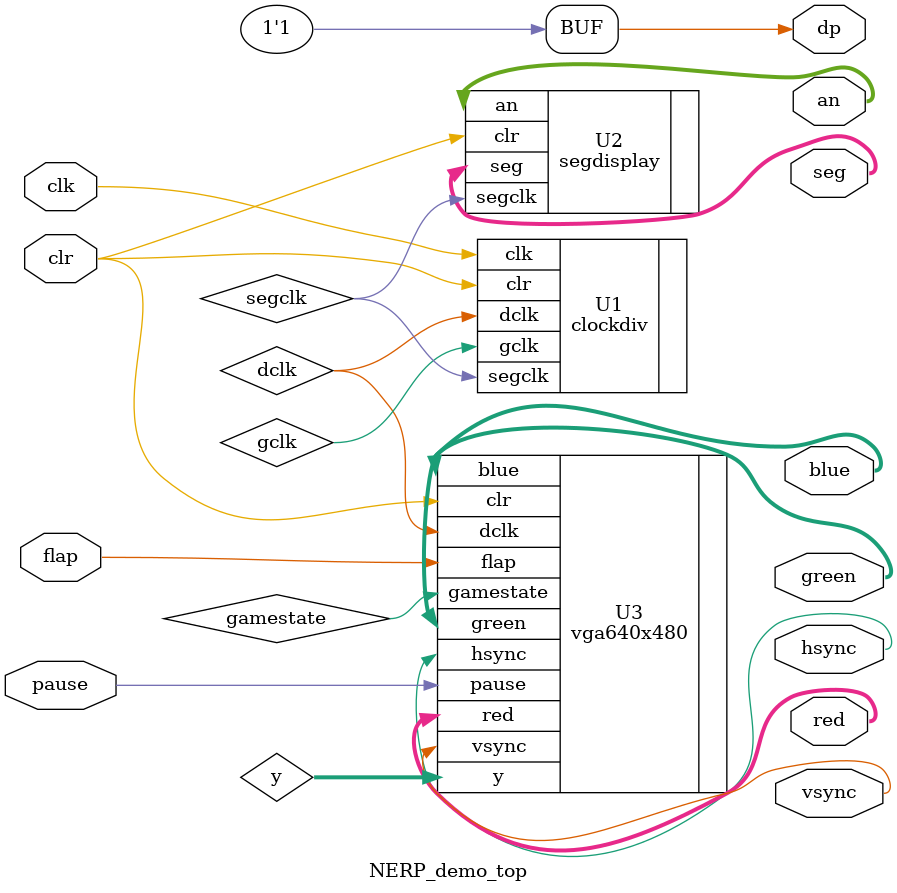
<source format=v>
`timescale 1ns / 1ps
module NERP_demo_top(
	input wire clk,			//master clock = 100MHz
	input wire clr,			//right-most pushbutton for reset
	input wire pause,
	input wire flap,
	output wire [6:0] seg,	//7-segment display LEDs
	output wire [3:0] an,	//7-segment display anode enable
	output wire dp,			//7-segment display decimal point
	output wire [2:0] red,	//red vga output - 3 bits
	output wire [2:0] green,//green vga output - 3 bits
	output wire [2:0] blue,	//blue vga output - 3 bits
	output wire hsync,		//horizontal sync out
	output wire vsync			//vertical sync out
	);
	
wire gamestate;



// 7-segment clock interconnect
wire segclk, gclk;

// VGA display clock interconnect
wire dclk;

// disable the 7-segment decimal points
assign dp = 1;

wire [9:0] y;

// generate 7-segment clock & display clock
clockdiv U1(
	.clk(clk),
	.clr(clr),
	.segclk(segclk),
	.dclk(dclk),
	.gclk(gclk)
	);

// 7-segment display controller
segdisplay U2(
	.segclk(segclk),
	.clr(clr),
	.seg(seg),
	.an(an)
	);

// VGA controller
vga640x480 U3(
    .flap(flap),
	.dclk(dclk),
	.clr(clr),
	.pause(pause),
	.y(y),
	.hsync(hsync),
	.vsync(vsync),
	.red(red),
	.green(green),
	.blue(blue),
	.gamestate(gamestate)
	);
    
//    game U4(
//    .clk(gclk), //CHANGE BACK TO GAME
//    .flap(flap),
//    .y(y)
//    );

endmodule

</source>
